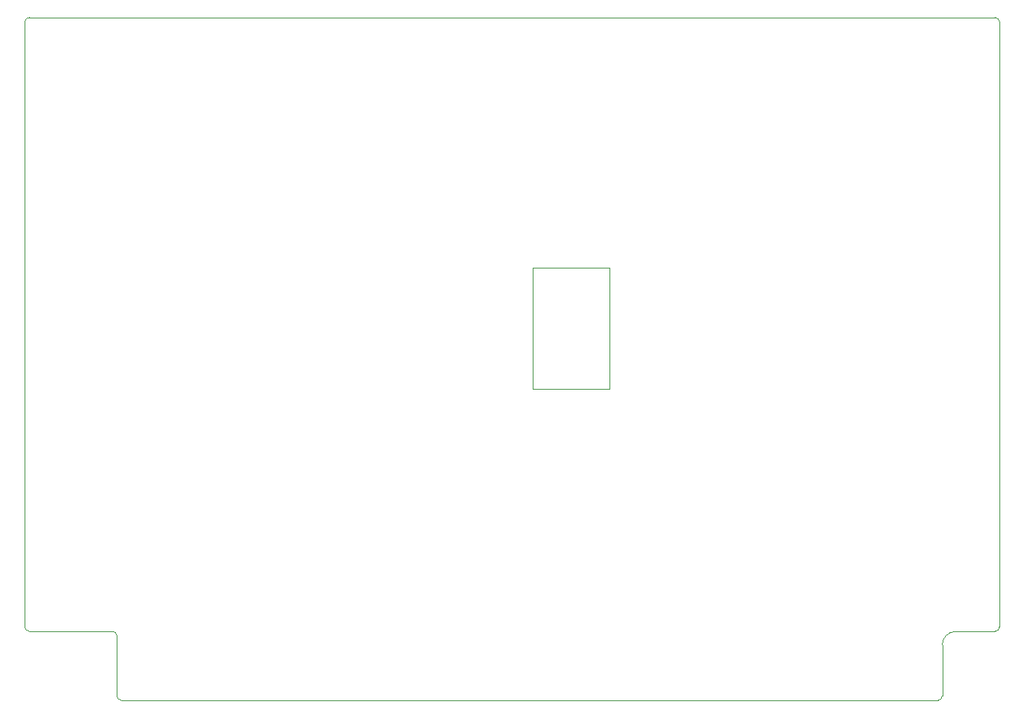
<source format=gbr>
%TF.GenerationSoftware,KiCad,Pcbnew,7.0.11*%
%TF.CreationDate,2024-09-16T15:15:14+02:00*%
%TF.ProjectId,kim-1-programmable-memory,6b696d2d-312d-4707-926f-6772616d6d61,rev?*%
%TF.SameCoordinates,Original*%
%TF.FileFunction,Profile,NP*%
%FSLAX46Y46*%
G04 Gerber Fmt 4.6, Leading zero omitted, Abs format (unit mm)*
G04 Created by KiCad (PCBNEW 7.0.11) date 2024-09-16 15:15:14*
%MOMM*%
%LPD*%
G01*
G04 APERTURE LIST*
%TA.AperFunction,Profile*%
%ADD10C,0.100000*%
%TD*%
%TA.AperFunction,Profile*%
%ADD11C,0.050000*%
%TD*%
G04 APERTURE END LIST*
D10*
X51300000Y-155700000D02*
G75*
G03*
X51800000Y-156200000I500000J0D01*
G01*
X158300000Y-88430000D02*
X51800000Y-88430000D01*
X158300000Y-156200000D02*
G75*
G03*
X158800000Y-155700000I0J500000D01*
G01*
X152490000Y-163320000D02*
X152490000Y-157700000D01*
X61460000Y-156700000D02*
G75*
G03*
X60960000Y-156200000I-500000J0D01*
G01*
X51800000Y-156200000D02*
X60960000Y-156200000D01*
X51300000Y-88930000D02*
X51300000Y-155700000D01*
X153990000Y-156200000D02*
X158300000Y-156200000D01*
X61460000Y-163320000D02*
G75*
G03*
X61960000Y-163820000I500000J0D01*
G01*
X61960000Y-163820000D02*
X151990000Y-163820000D01*
X158800000Y-88930000D02*
G75*
G03*
X158300000Y-88430000I-500000J0D01*
G01*
X51800000Y-88430000D02*
G75*
G03*
X51300000Y-88930000I0J-500000D01*
G01*
X158800000Y-155700000D02*
X158800000Y-88930000D01*
D11*
X107340000Y-116050000D02*
X115810000Y-116050000D01*
X115810000Y-129400000D01*
X107340000Y-129400000D01*
X107340000Y-116050000D01*
D10*
X153990000Y-156200000D02*
G75*
G03*
X152490000Y-157700000I0J-1500000D01*
G01*
X61460000Y-156700000D02*
X61460000Y-163320000D01*
X151990000Y-163820000D02*
G75*
G03*
X152490000Y-163320000I0J500000D01*
G01*
M02*

</source>
